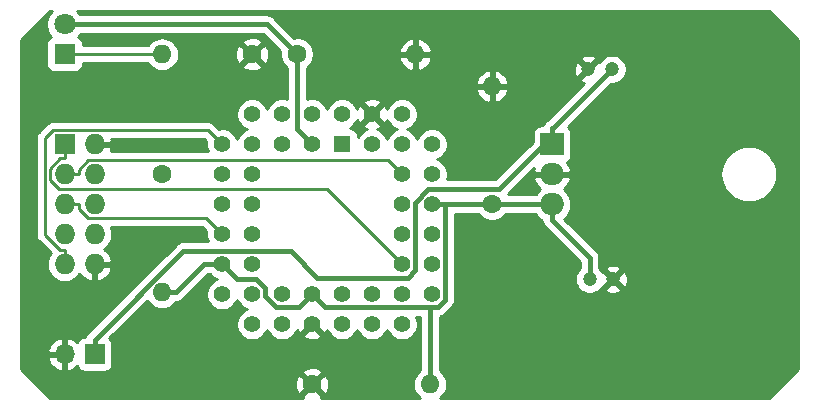
<source format=gtl>
G04 #@! TF.GenerationSoftware,KiCad,Pcbnew,(5.1.2-1)-1*
G04 #@! TF.CreationDate,2019-06-08T01:43:03+01:00*
G04 #@! TF.ProjectId,ATF Programming Board,41544620-5072-46f6-9772-616d6d696e67,rev?*
G04 #@! TF.SameCoordinates,Original*
G04 #@! TF.FileFunction,Copper,L1,Top*
G04 #@! TF.FilePolarity,Positive*
%FSLAX46Y46*%
G04 Gerber Fmt 4.6, Leading zero omitted, Abs format (unit mm)*
G04 Created by KiCad (PCBNEW (5.1.2-1)-1) date 2019-06-08 01:43:03*
%MOMM*%
%LPD*%
G04 APERTURE LIST*
%ADD10O,1.600000X1.600000*%
%ADD11C,1.600000*%
%ADD12C,1.422400*%
%ADD13R,1.422400X1.422400*%
%ADD14O,1.700000X1.700000*%
%ADD15R,1.700000X1.700000*%
%ADD16O,1.727200X1.727200*%
%ADD17R,1.727200X1.727200*%
%ADD18C,1.800000*%
%ADD19R,1.800000X1.800000*%
%ADD20C,1.200000*%
%ADD21R,2.000000X1.905000*%
%ADD22O,2.000000X1.905000*%
%ADD23C,0.381000*%
%ADD24C,0.250000*%
%ADD25C,0.254000*%
G04 APERTURE END LIST*
D10*
X125730000Y-79375000D03*
D11*
X133350000Y-79375000D03*
D12*
X148590000Y-86995000D03*
X148590000Y-89535000D03*
X148590000Y-92075000D03*
X148590000Y-94615000D03*
X148590000Y-97155000D03*
X146050000Y-84455000D03*
X146050000Y-89535000D03*
X146050000Y-92075000D03*
X146050000Y-94615000D03*
X146050000Y-97155000D03*
X146050000Y-99695000D03*
X146050000Y-102235000D03*
X143510000Y-102235000D03*
X140970000Y-102235000D03*
X138430000Y-102235000D03*
X135890000Y-102235000D03*
X133350000Y-102235000D03*
X148590000Y-99695000D03*
X143510000Y-99695000D03*
X140970000Y-99695000D03*
X138430000Y-99695000D03*
X135890000Y-99695000D03*
X133350000Y-99695000D03*
X130810000Y-99695000D03*
X130810000Y-97155000D03*
X130810000Y-94615000D03*
X130810000Y-92075000D03*
X130810000Y-89535000D03*
X130810000Y-86995000D03*
X133350000Y-97155000D03*
X133350000Y-94615000D03*
X133350000Y-92075000D03*
X133350000Y-89535000D03*
X133350000Y-86995000D03*
X143510000Y-84455000D03*
X140970000Y-84455000D03*
X133350000Y-84455000D03*
X135890000Y-84455000D03*
X138430000Y-84455000D03*
X146050000Y-86995000D03*
X143510000Y-86995000D03*
X135890000Y-86995000D03*
X138430000Y-86995000D03*
D13*
X140970000Y-86995000D03*
D14*
X117475000Y-104775000D03*
D15*
X120015000Y-104775000D03*
D16*
X120015000Y-97155000D03*
X117475000Y-97155000D03*
X120015000Y-94615000D03*
X117475000Y-94615000D03*
X120015000Y-92075000D03*
X117475000Y-92075000D03*
X120015000Y-89535000D03*
X117475000Y-89535000D03*
X120015000Y-86995000D03*
D17*
X117475000Y-86995000D03*
D18*
X117475000Y-76835000D03*
D19*
X117475000Y-79375000D03*
D20*
X163925000Y-98425000D03*
X161925000Y-98425000D03*
X161830000Y-80645000D03*
X163830000Y-80645000D03*
D10*
X125730000Y-99535000D03*
D11*
X125730000Y-89535000D03*
D10*
X147160000Y-79375000D03*
D11*
X137160000Y-79375000D03*
D10*
X153670000Y-82070000D03*
D11*
X153670000Y-92070000D03*
D10*
X148430000Y-107315000D03*
D11*
X138430000Y-107315000D03*
D21*
X158750000Y-86995000D03*
D22*
X158750000Y-89535000D03*
X158750000Y-92075000D03*
D23*
X148430000Y-100806200D02*
X139541200Y-100806200D01*
X139541200Y-100806200D02*
X138430000Y-99695000D01*
X149694600Y-92075000D02*
X149694600Y-100174000D01*
X149694600Y-100174000D02*
X149062400Y-100806200D01*
X149062400Y-100806200D02*
X148430000Y-100806200D01*
X148430000Y-100806200D02*
X148430000Y-106124200D01*
X149694600Y-92075000D02*
X148590000Y-92075000D01*
X153670000Y-92072500D02*
X149697100Y-92072500D01*
X149697100Y-92072500D02*
X149694600Y-92075000D01*
X148430000Y-107315000D02*
X148430000Y-106124200D01*
X138430000Y-86995000D02*
X137160000Y-85725000D01*
X137160000Y-85725000D02*
X137160000Y-79375000D01*
X138430000Y-99695000D02*
X137327900Y-100797100D01*
X137327900Y-100797100D02*
X135369500Y-100797100D01*
X135369500Y-100797100D02*
X134452100Y-99879700D01*
X134452100Y-99879700D02*
X134452100Y-99169300D01*
X134452100Y-99169300D02*
X133707800Y-98425000D01*
X133707800Y-98425000D02*
X132080000Y-98425000D01*
X132080000Y-98425000D02*
X130810000Y-97155000D01*
X125730000Y-99535000D02*
X126920800Y-99535000D01*
X126920800Y-99535000D02*
X129300800Y-97155000D01*
X129300800Y-97155000D02*
X130810000Y-97155000D01*
X158750000Y-93418300D02*
X161925000Y-96593300D01*
X161925000Y-96593300D02*
X161925000Y-98425000D01*
X158750000Y-92075000D02*
X158750000Y-93418300D01*
X137160000Y-79375000D02*
X134620000Y-76835000D01*
X134620000Y-76835000D02*
X117475000Y-76835000D01*
X158750000Y-92075000D02*
X153672500Y-92075000D01*
X153672500Y-92075000D02*
X153670000Y-92072500D01*
X153670000Y-92072500D02*
X153670000Y-92070000D01*
X120015000Y-104775000D02*
X120015000Y-103534200D01*
X158750000Y-86323300D02*
X154268300Y-90805000D01*
X154268300Y-90805000D02*
X148288300Y-90805000D01*
X148288300Y-90805000D02*
X147152100Y-91941200D01*
X147152100Y-91941200D02*
X147152100Y-97680700D01*
X147152100Y-97680700D02*
X146551200Y-98281600D01*
X146551200Y-98281600D02*
X138868800Y-98281600D01*
X138868800Y-98281600D02*
X136626900Y-96039700D01*
X136626900Y-96039700D02*
X127509500Y-96039700D01*
X127509500Y-96039700D02*
X120015000Y-103534200D01*
X158750000Y-86323300D02*
X158750000Y-85651700D01*
X158750000Y-86995000D02*
X158750000Y-86323300D01*
X158750000Y-85651700D02*
X158823300Y-85651700D01*
X158823300Y-85651700D02*
X163830000Y-80645000D01*
D24*
X117475000Y-79375000D02*
X125730000Y-79375000D01*
X117475000Y-97155000D02*
X117475000Y-95966100D01*
X117475000Y-95966100D02*
X117103500Y-95966100D01*
X117103500Y-95966100D02*
X115785700Y-94648300D01*
X115785700Y-94648300D02*
X115785700Y-86491100D01*
X115785700Y-86491100D02*
X116486600Y-85790200D01*
X116486600Y-85790200D02*
X129605200Y-85790200D01*
X129605200Y-85790200D02*
X130810000Y-86995000D01*
X117475000Y-92075000D02*
X118663900Y-92075000D01*
X118663900Y-92075000D02*
X118663900Y-92446600D01*
X118663900Y-92446600D02*
X119481200Y-93263900D01*
X119481200Y-93263900D02*
X129458900Y-93263900D01*
X129458900Y-93263900D02*
X130810000Y-94615000D01*
X117475000Y-89535000D02*
X118663900Y-89535000D01*
X146050000Y-89535000D02*
X144861100Y-88346100D01*
X144861100Y-88346100D02*
X119481200Y-88346100D01*
X119481200Y-88346100D02*
X118663900Y-89163400D01*
X118663900Y-89163400D02*
X118663900Y-89535000D01*
X117475000Y-86995000D02*
X117475000Y-88183900D01*
X117475000Y-88183900D02*
X117103500Y-88183900D01*
X117103500Y-88183900D02*
X116236100Y-89051300D01*
X116236100Y-89051300D02*
X116236100Y-90023700D01*
X116236100Y-90023700D02*
X117017400Y-90805000D01*
X117017400Y-90805000D02*
X139700000Y-90805000D01*
X139700000Y-90805000D02*
X146050000Y-97155000D01*
D25*
G36*
X179578000Y-78157606D02*
G01*
X179578000Y-105992394D01*
X177112394Y-108458000D01*
X149299254Y-108458000D01*
X149449608Y-108334608D01*
X149628932Y-108116101D01*
X149762182Y-107866808D01*
X149844236Y-107596309D01*
X149871943Y-107315000D01*
X149844236Y-107033691D01*
X149762182Y-106763192D01*
X149628932Y-106513899D01*
X149449608Y-106295392D01*
X149255500Y-106136092D01*
X149255500Y-101610269D01*
X149379834Y-101572553D01*
X149523242Y-101495899D01*
X149648941Y-101392741D01*
X149674797Y-101361235D01*
X150249644Y-100786390D01*
X150281141Y-100760541D01*
X150306989Y-100729045D01*
X150306992Y-100729042D01*
X150384299Y-100634843D01*
X150460953Y-100491434D01*
X150475139Y-100444668D01*
X150508156Y-100335826D01*
X150520100Y-100214553D01*
X150520100Y-100214551D01*
X150524094Y-100174000D01*
X150520100Y-100133450D01*
X150520100Y-92898000D01*
X152497393Y-92898000D01*
X152555363Y-92984759D01*
X152755241Y-93184637D01*
X152990273Y-93341680D01*
X153251426Y-93449853D01*
X153528665Y-93505000D01*
X153811335Y-93505000D01*
X154088574Y-93449853D01*
X154349727Y-93341680D01*
X154584759Y-93184637D01*
X154784637Y-92984759D01*
X154840937Y-92900500D01*
X157343692Y-92900500D01*
X157376155Y-92961235D01*
X157574537Y-93202963D01*
X157816265Y-93401345D01*
X157924536Y-93459217D01*
X157936445Y-93580126D01*
X157983647Y-93735733D01*
X158060301Y-93879142D01*
X158112507Y-93942754D01*
X158163460Y-94004841D01*
X158194961Y-94030693D01*
X161099500Y-96935233D01*
X161099500Y-97503946D01*
X160965713Y-97637733D01*
X160830557Y-97840008D01*
X160737460Y-98064764D01*
X160690000Y-98303363D01*
X160690000Y-98546637D01*
X160737460Y-98785236D01*
X160830557Y-99009992D01*
X160965713Y-99212267D01*
X161137733Y-99384287D01*
X161340008Y-99519443D01*
X161564764Y-99612540D01*
X161803363Y-99660000D01*
X162046637Y-99660000D01*
X162285236Y-99612540D01*
X162509992Y-99519443D01*
X162712267Y-99384287D01*
X162821790Y-99274764D01*
X163254841Y-99274764D01*
X163302148Y-99498348D01*
X163523516Y-99599237D01*
X163760313Y-99655000D01*
X164003438Y-99663495D01*
X164243549Y-99624395D01*
X164471418Y-99539202D01*
X164547852Y-99498348D01*
X164595159Y-99274764D01*
X163925000Y-98604605D01*
X163254841Y-99274764D01*
X162821790Y-99274764D01*
X162884287Y-99212267D01*
X162976496Y-99074267D01*
X163075236Y-99095159D01*
X163745395Y-98425000D01*
X164104605Y-98425000D01*
X164774764Y-99095159D01*
X164998348Y-99047852D01*
X165099237Y-98826484D01*
X165155000Y-98589687D01*
X165163495Y-98346562D01*
X165124395Y-98106451D01*
X165039202Y-97878582D01*
X164998348Y-97802148D01*
X164774764Y-97754841D01*
X164104605Y-98425000D01*
X163745395Y-98425000D01*
X163075236Y-97754841D01*
X162976496Y-97775733D01*
X162884287Y-97637733D01*
X162821790Y-97575236D01*
X163254841Y-97575236D01*
X163925000Y-98245395D01*
X164595159Y-97575236D01*
X164547852Y-97351652D01*
X164326484Y-97250763D01*
X164089687Y-97195000D01*
X163846562Y-97186505D01*
X163606451Y-97225605D01*
X163378582Y-97310798D01*
X163302148Y-97351652D01*
X163254841Y-97575236D01*
X162821790Y-97575236D01*
X162750500Y-97503946D01*
X162750500Y-96633850D01*
X162754494Y-96593299D01*
X162750500Y-96552747D01*
X162738556Y-96431474D01*
X162691353Y-96275866D01*
X162651617Y-96201526D01*
X162614699Y-96132457D01*
X162564177Y-96070896D01*
X162511541Y-96006759D01*
X162480041Y-95980908D01*
X159802779Y-93303647D01*
X159925463Y-93202963D01*
X160123845Y-92961235D01*
X160271255Y-92685449D01*
X160362030Y-92386204D01*
X160392681Y-92075000D01*
X160362030Y-91763796D01*
X160271255Y-91464551D01*
X160123845Y-91188765D01*
X159925463Y-90947037D01*
X159746101Y-90799837D01*
X159931315Y-90644437D01*
X160125969Y-90401923D01*
X160269571Y-90126094D01*
X160340563Y-89907980D01*
X160220594Y-89662000D01*
X158877000Y-89662000D01*
X158877000Y-89682000D01*
X158623000Y-89682000D01*
X158623000Y-89662000D01*
X157279406Y-89662000D01*
X157159437Y-89907980D01*
X157230429Y-90126094D01*
X157374031Y-90401923D01*
X157568685Y-90644437D01*
X157753899Y-90799837D01*
X157574537Y-90947037D01*
X157376155Y-91188765D01*
X157343692Y-91249500D01*
X154991232Y-91249500D01*
X156705732Y-89535000D01*
X173013461Y-89535000D01*
X173059510Y-90002542D01*
X173195887Y-90452116D01*
X173417351Y-90866446D01*
X173715391Y-91229609D01*
X174078554Y-91527649D01*
X174492884Y-91749113D01*
X174942458Y-91885490D01*
X175292843Y-91920000D01*
X175527157Y-91920000D01*
X175877542Y-91885490D01*
X176327116Y-91749113D01*
X176741446Y-91527649D01*
X177104609Y-91229609D01*
X177402649Y-90866446D01*
X177624113Y-90452116D01*
X177760490Y-90002542D01*
X177806539Y-89535000D01*
X177760490Y-89067458D01*
X177624113Y-88617884D01*
X177402649Y-88203554D01*
X177104609Y-87840391D01*
X176741446Y-87542351D01*
X176327116Y-87320887D01*
X175877542Y-87184510D01*
X175527157Y-87150000D01*
X175292843Y-87150000D01*
X174942458Y-87184510D01*
X174492884Y-87320887D01*
X174078554Y-87542351D01*
X173715391Y-87840391D01*
X173417351Y-88203554D01*
X173195887Y-88617884D01*
X173059510Y-89067458D01*
X173013461Y-89535000D01*
X156705732Y-89535000D01*
X157198389Y-89042344D01*
X157159437Y-89162020D01*
X157279406Y-89408000D01*
X158623000Y-89408000D01*
X158623000Y-89388000D01*
X158877000Y-89388000D01*
X158877000Y-89408000D01*
X160220594Y-89408000D01*
X160340563Y-89162020D01*
X160269571Y-88943906D01*
X160125969Y-88668077D01*
X160012781Y-88527059D01*
X160104494Y-88478037D01*
X160201185Y-88398685D01*
X160280537Y-88301994D01*
X160339502Y-88191680D01*
X160375812Y-88071982D01*
X160388072Y-87947500D01*
X160388072Y-86042500D01*
X160375812Y-85918018D01*
X160339502Y-85798320D01*
X160280537Y-85688006D01*
X160201185Y-85591315D01*
X160118761Y-85523671D01*
X163762433Y-81880000D01*
X163951637Y-81880000D01*
X164190236Y-81832540D01*
X164414992Y-81739443D01*
X164617267Y-81604287D01*
X164789287Y-81432267D01*
X164924443Y-81229992D01*
X165017540Y-81005236D01*
X165065000Y-80766637D01*
X165065000Y-80523363D01*
X165017540Y-80284764D01*
X164924443Y-80060008D01*
X164789287Y-79857733D01*
X164617267Y-79685713D01*
X164414992Y-79550557D01*
X164190236Y-79457460D01*
X163951637Y-79410000D01*
X163708363Y-79410000D01*
X163469764Y-79457460D01*
X163245008Y-79550557D01*
X163042733Y-79685713D01*
X162870713Y-79857733D01*
X162778504Y-79995733D01*
X162679764Y-79974841D01*
X162009605Y-80645000D01*
X162023748Y-80659143D01*
X161844143Y-80838748D01*
X161830000Y-80824605D01*
X161159841Y-81494764D01*
X161207148Y-81718348D01*
X161428516Y-81819237D01*
X161476930Y-81830638D01*
X158410342Y-84897226D01*
X158289158Y-84962001D01*
X158163459Y-85065159D01*
X158060301Y-85190858D01*
X157983647Y-85334266D01*
X157962364Y-85404428D01*
X157750000Y-85404428D01*
X157625518Y-85416688D01*
X157505820Y-85452998D01*
X157395506Y-85511963D01*
X157298815Y-85591315D01*
X157219463Y-85688006D01*
X157160498Y-85798320D01*
X157124188Y-85918018D01*
X157111928Y-86042500D01*
X157111928Y-86793938D01*
X153926368Y-89979500D01*
X149862999Y-89979500D01*
X149884467Y-89927672D01*
X149936200Y-89667589D01*
X149936200Y-89402411D01*
X149884467Y-89142328D01*
X149782987Y-88897335D01*
X149635662Y-88676847D01*
X149448153Y-88489338D01*
X149227665Y-88342013D01*
X149041740Y-88265000D01*
X149227665Y-88187987D01*
X149448153Y-88040662D01*
X149635662Y-87853153D01*
X149782987Y-87632665D01*
X149884467Y-87387672D01*
X149936200Y-87127589D01*
X149936200Y-86862411D01*
X149884467Y-86602328D01*
X149782987Y-86357335D01*
X149635662Y-86136847D01*
X149448153Y-85949338D01*
X149227665Y-85802013D01*
X148982672Y-85700533D01*
X148722589Y-85648800D01*
X148457411Y-85648800D01*
X148197328Y-85700533D01*
X147952335Y-85802013D01*
X147731847Y-85949338D01*
X147544338Y-86136847D01*
X147397013Y-86357335D01*
X147320000Y-86543260D01*
X147242987Y-86357335D01*
X147095662Y-86136847D01*
X146908153Y-85949338D01*
X146687665Y-85802013D01*
X146501740Y-85725000D01*
X146687665Y-85647987D01*
X146908153Y-85500662D01*
X147095662Y-85313153D01*
X147242987Y-85092665D01*
X147344467Y-84847672D01*
X147396200Y-84587589D01*
X147396200Y-84322411D01*
X147344467Y-84062328D01*
X147242987Y-83817335D01*
X147095662Y-83596847D01*
X146908153Y-83409338D01*
X146687665Y-83262013D01*
X146442672Y-83160533D01*
X146182589Y-83108800D01*
X145917411Y-83108800D01*
X145657328Y-83160533D01*
X145412335Y-83262013D01*
X145191847Y-83409338D01*
X145004338Y-83596847D01*
X144857013Y-83817335D01*
X144779031Y-84005600D01*
X144729542Y-83869720D01*
X144674183Y-83766152D01*
X144439273Y-83705332D01*
X143689605Y-84455000D01*
X144439273Y-85204668D01*
X144674183Y-85143848D01*
X144782206Y-84912066D01*
X144857013Y-85092665D01*
X145004338Y-85313153D01*
X145191847Y-85500662D01*
X145412335Y-85647987D01*
X145598260Y-85725000D01*
X145412335Y-85802013D01*
X145191847Y-85949338D01*
X145004338Y-86136847D01*
X144857013Y-86357335D01*
X144780000Y-86543260D01*
X144702987Y-86357335D01*
X144555662Y-86136847D01*
X144368153Y-85949338D01*
X144147665Y-85802013D01*
X143959400Y-85724031D01*
X144095280Y-85674542D01*
X144198848Y-85619183D01*
X144259668Y-85384273D01*
X143510000Y-84634605D01*
X142760332Y-85384273D01*
X142821152Y-85619183D01*
X143052934Y-85727206D01*
X142872335Y-85802013D01*
X142651847Y-85949338D01*
X142464338Y-86136847D01*
X142319272Y-86353954D01*
X142319272Y-86283800D01*
X142307012Y-86159318D01*
X142270702Y-86039620D01*
X142211737Y-85929306D01*
X142132385Y-85832615D01*
X142035694Y-85753263D01*
X141925380Y-85694298D01*
X141805682Y-85657988D01*
X141681200Y-85645728D01*
X141611046Y-85645728D01*
X141828153Y-85500662D01*
X142015662Y-85313153D01*
X142162987Y-85092665D01*
X142240969Y-84904400D01*
X142290458Y-85040280D01*
X142345817Y-85143848D01*
X142580727Y-85204668D01*
X143330395Y-84455000D01*
X142580727Y-83705332D01*
X142345817Y-83766152D01*
X142237794Y-83997934D01*
X142162987Y-83817335D01*
X142015662Y-83596847D01*
X141944542Y-83525727D01*
X142760332Y-83525727D01*
X143510000Y-84275395D01*
X144259668Y-83525727D01*
X144198848Y-83290817D01*
X143958491Y-83178798D01*
X143700898Y-83115824D01*
X143435970Y-83104313D01*
X143173887Y-83144709D01*
X142924720Y-83235458D01*
X142821152Y-83290817D01*
X142760332Y-83525727D01*
X141944542Y-83525727D01*
X141828153Y-83409338D01*
X141607665Y-83262013D01*
X141362672Y-83160533D01*
X141102589Y-83108800D01*
X140837411Y-83108800D01*
X140577328Y-83160533D01*
X140332335Y-83262013D01*
X140111847Y-83409338D01*
X139924338Y-83596847D01*
X139777013Y-83817335D01*
X139700000Y-84003260D01*
X139622987Y-83817335D01*
X139475662Y-83596847D01*
X139288153Y-83409338D01*
X139067665Y-83262013D01*
X138822672Y-83160533D01*
X138562589Y-83108800D01*
X138297411Y-83108800D01*
X138037328Y-83160533D01*
X137985500Y-83182001D01*
X137985500Y-82419040D01*
X152278091Y-82419040D01*
X152372930Y-82683881D01*
X152517615Y-82925131D01*
X152706586Y-83133519D01*
X152932580Y-83301037D01*
X153186913Y-83421246D01*
X153320961Y-83461904D01*
X153543000Y-83339915D01*
X153543000Y-82197000D01*
X153797000Y-82197000D01*
X153797000Y-83339915D01*
X154019039Y-83461904D01*
X154153087Y-83421246D01*
X154407420Y-83301037D01*
X154633414Y-83133519D01*
X154822385Y-82925131D01*
X154967070Y-82683881D01*
X155061909Y-82419040D01*
X154940624Y-82197000D01*
X153797000Y-82197000D01*
X153543000Y-82197000D01*
X152399376Y-82197000D01*
X152278091Y-82419040D01*
X137985500Y-82419040D01*
X137985500Y-81720960D01*
X152278091Y-81720960D01*
X152399376Y-81943000D01*
X153543000Y-81943000D01*
X153543000Y-80800085D01*
X153797000Y-80800085D01*
X153797000Y-81943000D01*
X154940624Y-81943000D01*
X155061909Y-81720960D01*
X154967070Y-81456119D01*
X154822385Y-81214869D01*
X154633414Y-81006481D01*
X154407420Y-80838963D01*
X154162998Y-80723438D01*
X160591505Y-80723438D01*
X160630605Y-80963549D01*
X160715798Y-81191418D01*
X160756652Y-81267852D01*
X160980236Y-81315159D01*
X161650395Y-80645000D01*
X160980236Y-79974841D01*
X160756652Y-80022148D01*
X160655763Y-80243516D01*
X160600000Y-80480313D01*
X160591505Y-80723438D01*
X154162998Y-80723438D01*
X154153087Y-80718754D01*
X154019039Y-80678096D01*
X153797000Y-80800085D01*
X153543000Y-80800085D01*
X153320961Y-80678096D01*
X153186913Y-80718754D01*
X152932580Y-80838963D01*
X152706586Y-81006481D01*
X152517615Y-81214869D01*
X152372930Y-81456119D01*
X152278091Y-81720960D01*
X137985500Y-81720960D01*
X137985500Y-80549278D01*
X138074759Y-80489637D01*
X138274637Y-80289759D01*
X138431680Y-80054727D01*
X138539853Y-79793574D01*
X138553684Y-79724039D01*
X145768096Y-79724039D01*
X145808754Y-79858087D01*
X145928963Y-80112420D01*
X146096481Y-80338414D01*
X146304869Y-80527385D01*
X146546119Y-80672070D01*
X146810960Y-80766909D01*
X147033000Y-80645624D01*
X147033000Y-79502000D01*
X147287000Y-79502000D01*
X147287000Y-80645624D01*
X147509040Y-80766909D01*
X147773881Y-80672070D01*
X148015131Y-80527385D01*
X148223519Y-80338414D01*
X148391037Y-80112420D01*
X148511246Y-79858087D01*
X148530309Y-79795236D01*
X161159841Y-79795236D01*
X161830000Y-80465395D01*
X162500159Y-79795236D01*
X162452852Y-79571652D01*
X162231484Y-79470763D01*
X161994687Y-79415000D01*
X161751562Y-79406505D01*
X161511451Y-79445605D01*
X161283582Y-79530798D01*
X161207148Y-79571652D01*
X161159841Y-79795236D01*
X148530309Y-79795236D01*
X148551904Y-79724039D01*
X148429915Y-79502000D01*
X147287000Y-79502000D01*
X147033000Y-79502000D01*
X145890085Y-79502000D01*
X145768096Y-79724039D01*
X138553684Y-79724039D01*
X138595000Y-79516335D01*
X138595000Y-79233665D01*
X138553685Y-79025961D01*
X145768096Y-79025961D01*
X145890085Y-79248000D01*
X147033000Y-79248000D01*
X147033000Y-78104376D01*
X147287000Y-78104376D01*
X147287000Y-79248000D01*
X148429915Y-79248000D01*
X148551904Y-79025961D01*
X148511246Y-78891913D01*
X148391037Y-78637580D01*
X148223519Y-78411586D01*
X148015131Y-78222615D01*
X147773881Y-78077930D01*
X147509040Y-77983091D01*
X147287000Y-78104376D01*
X147033000Y-78104376D01*
X146810960Y-77983091D01*
X146546119Y-78077930D01*
X146304869Y-78222615D01*
X146096481Y-78411586D01*
X145928963Y-78637580D01*
X145808754Y-78891913D01*
X145768096Y-79025961D01*
X138553685Y-79025961D01*
X138539853Y-78956426D01*
X138431680Y-78695273D01*
X138274637Y-78460241D01*
X138074759Y-78260363D01*
X137839727Y-78103320D01*
X137578574Y-77995147D01*
X137301335Y-77940000D01*
X137018665Y-77940000D01*
X136913376Y-77960944D01*
X135232398Y-76279966D01*
X135206541Y-76248459D01*
X135080842Y-76145301D01*
X134937434Y-76068647D01*
X134781826Y-76021444D01*
X134660553Y-76009500D01*
X134660550Y-76009500D01*
X134620000Y-76005506D01*
X134579450Y-76009500D01*
X118769547Y-76009500D01*
X118667312Y-75856495D01*
X118502817Y-75692000D01*
X177112394Y-75692000D01*
X179578000Y-78157606D01*
X179578000Y-78157606D01*
G37*
X179578000Y-78157606D02*
X179578000Y-105992394D01*
X177112394Y-108458000D01*
X149299254Y-108458000D01*
X149449608Y-108334608D01*
X149628932Y-108116101D01*
X149762182Y-107866808D01*
X149844236Y-107596309D01*
X149871943Y-107315000D01*
X149844236Y-107033691D01*
X149762182Y-106763192D01*
X149628932Y-106513899D01*
X149449608Y-106295392D01*
X149255500Y-106136092D01*
X149255500Y-101610269D01*
X149379834Y-101572553D01*
X149523242Y-101495899D01*
X149648941Y-101392741D01*
X149674797Y-101361235D01*
X150249644Y-100786390D01*
X150281141Y-100760541D01*
X150306989Y-100729045D01*
X150306992Y-100729042D01*
X150384299Y-100634843D01*
X150460953Y-100491434D01*
X150475139Y-100444668D01*
X150508156Y-100335826D01*
X150520100Y-100214553D01*
X150520100Y-100214551D01*
X150524094Y-100174000D01*
X150520100Y-100133450D01*
X150520100Y-92898000D01*
X152497393Y-92898000D01*
X152555363Y-92984759D01*
X152755241Y-93184637D01*
X152990273Y-93341680D01*
X153251426Y-93449853D01*
X153528665Y-93505000D01*
X153811335Y-93505000D01*
X154088574Y-93449853D01*
X154349727Y-93341680D01*
X154584759Y-93184637D01*
X154784637Y-92984759D01*
X154840937Y-92900500D01*
X157343692Y-92900500D01*
X157376155Y-92961235D01*
X157574537Y-93202963D01*
X157816265Y-93401345D01*
X157924536Y-93459217D01*
X157936445Y-93580126D01*
X157983647Y-93735733D01*
X158060301Y-93879142D01*
X158112507Y-93942754D01*
X158163460Y-94004841D01*
X158194961Y-94030693D01*
X161099500Y-96935233D01*
X161099500Y-97503946D01*
X160965713Y-97637733D01*
X160830557Y-97840008D01*
X160737460Y-98064764D01*
X160690000Y-98303363D01*
X160690000Y-98546637D01*
X160737460Y-98785236D01*
X160830557Y-99009992D01*
X160965713Y-99212267D01*
X161137733Y-99384287D01*
X161340008Y-99519443D01*
X161564764Y-99612540D01*
X161803363Y-99660000D01*
X162046637Y-99660000D01*
X162285236Y-99612540D01*
X162509992Y-99519443D01*
X162712267Y-99384287D01*
X162821790Y-99274764D01*
X163254841Y-99274764D01*
X163302148Y-99498348D01*
X163523516Y-99599237D01*
X163760313Y-99655000D01*
X164003438Y-99663495D01*
X164243549Y-99624395D01*
X164471418Y-99539202D01*
X164547852Y-99498348D01*
X164595159Y-99274764D01*
X163925000Y-98604605D01*
X163254841Y-99274764D01*
X162821790Y-99274764D01*
X162884287Y-99212267D01*
X162976496Y-99074267D01*
X163075236Y-99095159D01*
X163745395Y-98425000D01*
X164104605Y-98425000D01*
X164774764Y-99095159D01*
X164998348Y-99047852D01*
X165099237Y-98826484D01*
X165155000Y-98589687D01*
X165163495Y-98346562D01*
X165124395Y-98106451D01*
X165039202Y-97878582D01*
X164998348Y-97802148D01*
X164774764Y-97754841D01*
X164104605Y-98425000D01*
X163745395Y-98425000D01*
X163075236Y-97754841D01*
X162976496Y-97775733D01*
X162884287Y-97637733D01*
X162821790Y-97575236D01*
X163254841Y-97575236D01*
X163925000Y-98245395D01*
X164595159Y-97575236D01*
X164547852Y-97351652D01*
X164326484Y-97250763D01*
X164089687Y-97195000D01*
X163846562Y-97186505D01*
X163606451Y-97225605D01*
X163378582Y-97310798D01*
X163302148Y-97351652D01*
X163254841Y-97575236D01*
X162821790Y-97575236D01*
X162750500Y-97503946D01*
X162750500Y-96633850D01*
X162754494Y-96593299D01*
X162750500Y-96552747D01*
X162738556Y-96431474D01*
X162691353Y-96275866D01*
X162651617Y-96201526D01*
X162614699Y-96132457D01*
X162564177Y-96070896D01*
X162511541Y-96006759D01*
X162480041Y-95980908D01*
X159802779Y-93303647D01*
X159925463Y-93202963D01*
X160123845Y-92961235D01*
X160271255Y-92685449D01*
X160362030Y-92386204D01*
X160392681Y-92075000D01*
X160362030Y-91763796D01*
X160271255Y-91464551D01*
X160123845Y-91188765D01*
X159925463Y-90947037D01*
X159746101Y-90799837D01*
X159931315Y-90644437D01*
X160125969Y-90401923D01*
X160269571Y-90126094D01*
X160340563Y-89907980D01*
X160220594Y-89662000D01*
X158877000Y-89662000D01*
X158877000Y-89682000D01*
X158623000Y-89682000D01*
X158623000Y-89662000D01*
X157279406Y-89662000D01*
X157159437Y-89907980D01*
X157230429Y-90126094D01*
X157374031Y-90401923D01*
X157568685Y-90644437D01*
X157753899Y-90799837D01*
X157574537Y-90947037D01*
X157376155Y-91188765D01*
X157343692Y-91249500D01*
X154991232Y-91249500D01*
X156705732Y-89535000D01*
X173013461Y-89535000D01*
X173059510Y-90002542D01*
X173195887Y-90452116D01*
X173417351Y-90866446D01*
X173715391Y-91229609D01*
X174078554Y-91527649D01*
X174492884Y-91749113D01*
X174942458Y-91885490D01*
X175292843Y-91920000D01*
X175527157Y-91920000D01*
X175877542Y-91885490D01*
X176327116Y-91749113D01*
X176741446Y-91527649D01*
X177104609Y-91229609D01*
X177402649Y-90866446D01*
X177624113Y-90452116D01*
X177760490Y-90002542D01*
X177806539Y-89535000D01*
X177760490Y-89067458D01*
X177624113Y-88617884D01*
X177402649Y-88203554D01*
X177104609Y-87840391D01*
X176741446Y-87542351D01*
X176327116Y-87320887D01*
X175877542Y-87184510D01*
X175527157Y-87150000D01*
X175292843Y-87150000D01*
X174942458Y-87184510D01*
X174492884Y-87320887D01*
X174078554Y-87542351D01*
X173715391Y-87840391D01*
X173417351Y-88203554D01*
X173195887Y-88617884D01*
X173059510Y-89067458D01*
X173013461Y-89535000D01*
X156705732Y-89535000D01*
X157198389Y-89042344D01*
X157159437Y-89162020D01*
X157279406Y-89408000D01*
X158623000Y-89408000D01*
X158623000Y-89388000D01*
X158877000Y-89388000D01*
X158877000Y-89408000D01*
X160220594Y-89408000D01*
X160340563Y-89162020D01*
X160269571Y-88943906D01*
X160125969Y-88668077D01*
X160012781Y-88527059D01*
X160104494Y-88478037D01*
X160201185Y-88398685D01*
X160280537Y-88301994D01*
X160339502Y-88191680D01*
X160375812Y-88071982D01*
X160388072Y-87947500D01*
X160388072Y-86042500D01*
X160375812Y-85918018D01*
X160339502Y-85798320D01*
X160280537Y-85688006D01*
X160201185Y-85591315D01*
X160118761Y-85523671D01*
X163762433Y-81880000D01*
X163951637Y-81880000D01*
X164190236Y-81832540D01*
X164414992Y-81739443D01*
X164617267Y-81604287D01*
X164789287Y-81432267D01*
X164924443Y-81229992D01*
X165017540Y-81005236D01*
X165065000Y-80766637D01*
X165065000Y-80523363D01*
X165017540Y-80284764D01*
X164924443Y-80060008D01*
X164789287Y-79857733D01*
X164617267Y-79685713D01*
X164414992Y-79550557D01*
X164190236Y-79457460D01*
X163951637Y-79410000D01*
X163708363Y-79410000D01*
X163469764Y-79457460D01*
X163245008Y-79550557D01*
X163042733Y-79685713D01*
X162870713Y-79857733D01*
X162778504Y-79995733D01*
X162679764Y-79974841D01*
X162009605Y-80645000D01*
X162023748Y-80659143D01*
X161844143Y-80838748D01*
X161830000Y-80824605D01*
X161159841Y-81494764D01*
X161207148Y-81718348D01*
X161428516Y-81819237D01*
X161476930Y-81830638D01*
X158410342Y-84897226D01*
X158289158Y-84962001D01*
X158163459Y-85065159D01*
X158060301Y-85190858D01*
X157983647Y-85334266D01*
X157962364Y-85404428D01*
X157750000Y-85404428D01*
X157625518Y-85416688D01*
X157505820Y-85452998D01*
X157395506Y-85511963D01*
X157298815Y-85591315D01*
X157219463Y-85688006D01*
X157160498Y-85798320D01*
X157124188Y-85918018D01*
X157111928Y-86042500D01*
X157111928Y-86793938D01*
X153926368Y-89979500D01*
X149862999Y-89979500D01*
X149884467Y-89927672D01*
X149936200Y-89667589D01*
X149936200Y-89402411D01*
X149884467Y-89142328D01*
X149782987Y-88897335D01*
X149635662Y-88676847D01*
X149448153Y-88489338D01*
X149227665Y-88342013D01*
X149041740Y-88265000D01*
X149227665Y-88187987D01*
X149448153Y-88040662D01*
X149635662Y-87853153D01*
X149782987Y-87632665D01*
X149884467Y-87387672D01*
X149936200Y-87127589D01*
X149936200Y-86862411D01*
X149884467Y-86602328D01*
X149782987Y-86357335D01*
X149635662Y-86136847D01*
X149448153Y-85949338D01*
X149227665Y-85802013D01*
X148982672Y-85700533D01*
X148722589Y-85648800D01*
X148457411Y-85648800D01*
X148197328Y-85700533D01*
X147952335Y-85802013D01*
X147731847Y-85949338D01*
X147544338Y-86136847D01*
X147397013Y-86357335D01*
X147320000Y-86543260D01*
X147242987Y-86357335D01*
X147095662Y-86136847D01*
X146908153Y-85949338D01*
X146687665Y-85802013D01*
X146501740Y-85725000D01*
X146687665Y-85647987D01*
X146908153Y-85500662D01*
X147095662Y-85313153D01*
X147242987Y-85092665D01*
X147344467Y-84847672D01*
X147396200Y-84587589D01*
X147396200Y-84322411D01*
X147344467Y-84062328D01*
X147242987Y-83817335D01*
X147095662Y-83596847D01*
X146908153Y-83409338D01*
X146687665Y-83262013D01*
X146442672Y-83160533D01*
X146182589Y-83108800D01*
X145917411Y-83108800D01*
X145657328Y-83160533D01*
X145412335Y-83262013D01*
X145191847Y-83409338D01*
X145004338Y-83596847D01*
X144857013Y-83817335D01*
X144779031Y-84005600D01*
X144729542Y-83869720D01*
X144674183Y-83766152D01*
X144439273Y-83705332D01*
X143689605Y-84455000D01*
X144439273Y-85204668D01*
X144674183Y-85143848D01*
X144782206Y-84912066D01*
X144857013Y-85092665D01*
X145004338Y-85313153D01*
X145191847Y-85500662D01*
X145412335Y-85647987D01*
X145598260Y-85725000D01*
X145412335Y-85802013D01*
X145191847Y-85949338D01*
X145004338Y-86136847D01*
X144857013Y-86357335D01*
X144780000Y-86543260D01*
X144702987Y-86357335D01*
X144555662Y-86136847D01*
X144368153Y-85949338D01*
X144147665Y-85802013D01*
X143959400Y-85724031D01*
X144095280Y-85674542D01*
X144198848Y-85619183D01*
X144259668Y-85384273D01*
X143510000Y-84634605D01*
X142760332Y-85384273D01*
X142821152Y-85619183D01*
X143052934Y-85727206D01*
X142872335Y-85802013D01*
X142651847Y-85949338D01*
X142464338Y-86136847D01*
X142319272Y-86353954D01*
X142319272Y-86283800D01*
X142307012Y-86159318D01*
X142270702Y-86039620D01*
X142211737Y-85929306D01*
X142132385Y-85832615D01*
X142035694Y-85753263D01*
X141925380Y-85694298D01*
X141805682Y-85657988D01*
X141681200Y-85645728D01*
X141611046Y-85645728D01*
X141828153Y-85500662D01*
X142015662Y-85313153D01*
X142162987Y-85092665D01*
X142240969Y-84904400D01*
X142290458Y-85040280D01*
X142345817Y-85143848D01*
X142580727Y-85204668D01*
X143330395Y-84455000D01*
X142580727Y-83705332D01*
X142345817Y-83766152D01*
X142237794Y-83997934D01*
X142162987Y-83817335D01*
X142015662Y-83596847D01*
X141944542Y-83525727D01*
X142760332Y-83525727D01*
X143510000Y-84275395D01*
X144259668Y-83525727D01*
X144198848Y-83290817D01*
X143958491Y-83178798D01*
X143700898Y-83115824D01*
X143435970Y-83104313D01*
X143173887Y-83144709D01*
X142924720Y-83235458D01*
X142821152Y-83290817D01*
X142760332Y-83525727D01*
X141944542Y-83525727D01*
X141828153Y-83409338D01*
X141607665Y-83262013D01*
X141362672Y-83160533D01*
X141102589Y-83108800D01*
X140837411Y-83108800D01*
X140577328Y-83160533D01*
X140332335Y-83262013D01*
X140111847Y-83409338D01*
X139924338Y-83596847D01*
X139777013Y-83817335D01*
X139700000Y-84003260D01*
X139622987Y-83817335D01*
X139475662Y-83596847D01*
X139288153Y-83409338D01*
X139067665Y-83262013D01*
X138822672Y-83160533D01*
X138562589Y-83108800D01*
X138297411Y-83108800D01*
X138037328Y-83160533D01*
X137985500Y-83182001D01*
X137985500Y-82419040D01*
X152278091Y-82419040D01*
X152372930Y-82683881D01*
X152517615Y-82925131D01*
X152706586Y-83133519D01*
X152932580Y-83301037D01*
X153186913Y-83421246D01*
X153320961Y-83461904D01*
X153543000Y-83339915D01*
X153543000Y-82197000D01*
X153797000Y-82197000D01*
X153797000Y-83339915D01*
X154019039Y-83461904D01*
X154153087Y-83421246D01*
X154407420Y-83301037D01*
X154633414Y-83133519D01*
X154822385Y-82925131D01*
X154967070Y-82683881D01*
X155061909Y-82419040D01*
X154940624Y-82197000D01*
X153797000Y-82197000D01*
X153543000Y-82197000D01*
X152399376Y-82197000D01*
X152278091Y-82419040D01*
X137985500Y-82419040D01*
X137985500Y-81720960D01*
X152278091Y-81720960D01*
X152399376Y-81943000D01*
X153543000Y-81943000D01*
X153543000Y-80800085D01*
X153797000Y-80800085D01*
X153797000Y-81943000D01*
X154940624Y-81943000D01*
X155061909Y-81720960D01*
X154967070Y-81456119D01*
X154822385Y-81214869D01*
X154633414Y-81006481D01*
X154407420Y-80838963D01*
X154162998Y-80723438D01*
X160591505Y-80723438D01*
X160630605Y-80963549D01*
X160715798Y-81191418D01*
X160756652Y-81267852D01*
X160980236Y-81315159D01*
X161650395Y-80645000D01*
X160980236Y-79974841D01*
X160756652Y-80022148D01*
X160655763Y-80243516D01*
X160600000Y-80480313D01*
X160591505Y-80723438D01*
X154162998Y-80723438D01*
X154153087Y-80718754D01*
X154019039Y-80678096D01*
X153797000Y-80800085D01*
X153543000Y-80800085D01*
X153320961Y-80678096D01*
X153186913Y-80718754D01*
X152932580Y-80838963D01*
X152706586Y-81006481D01*
X152517615Y-81214869D01*
X152372930Y-81456119D01*
X152278091Y-81720960D01*
X137985500Y-81720960D01*
X137985500Y-80549278D01*
X138074759Y-80489637D01*
X138274637Y-80289759D01*
X138431680Y-80054727D01*
X138539853Y-79793574D01*
X138553684Y-79724039D01*
X145768096Y-79724039D01*
X145808754Y-79858087D01*
X145928963Y-80112420D01*
X146096481Y-80338414D01*
X146304869Y-80527385D01*
X146546119Y-80672070D01*
X146810960Y-80766909D01*
X147033000Y-80645624D01*
X147033000Y-79502000D01*
X147287000Y-79502000D01*
X147287000Y-80645624D01*
X147509040Y-80766909D01*
X147773881Y-80672070D01*
X148015131Y-80527385D01*
X148223519Y-80338414D01*
X148391037Y-80112420D01*
X148511246Y-79858087D01*
X148530309Y-79795236D01*
X161159841Y-79795236D01*
X161830000Y-80465395D01*
X162500159Y-79795236D01*
X162452852Y-79571652D01*
X162231484Y-79470763D01*
X161994687Y-79415000D01*
X161751562Y-79406505D01*
X161511451Y-79445605D01*
X161283582Y-79530798D01*
X161207148Y-79571652D01*
X161159841Y-79795236D01*
X148530309Y-79795236D01*
X148551904Y-79724039D01*
X148429915Y-79502000D01*
X147287000Y-79502000D01*
X147033000Y-79502000D01*
X145890085Y-79502000D01*
X145768096Y-79724039D01*
X138553684Y-79724039D01*
X138595000Y-79516335D01*
X138595000Y-79233665D01*
X138553685Y-79025961D01*
X145768096Y-79025961D01*
X145890085Y-79248000D01*
X147033000Y-79248000D01*
X147033000Y-78104376D01*
X147287000Y-78104376D01*
X147287000Y-79248000D01*
X148429915Y-79248000D01*
X148551904Y-79025961D01*
X148511246Y-78891913D01*
X148391037Y-78637580D01*
X148223519Y-78411586D01*
X148015131Y-78222615D01*
X147773881Y-78077930D01*
X147509040Y-77983091D01*
X147287000Y-78104376D01*
X147033000Y-78104376D01*
X146810960Y-77983091D01*
X146546119Y-78077930D01*
X146304869Y-78222615D01*
X146096481Y-78411586D01*
X145928963Y-78637580D01*
X145808754Y-78891913D01*
X145768096Y-79025961D01*
X138553685Y-79025961D01*
X138539853Y-78956426D01*
X138431680Y-78695273D01*
X138274637Y-78460241D01*
X138074759Y-78260363D01*
X137839727Y-78103320D01*
X137578574Y-77995147D01*
X137301335Y-77940000D01*
X137018665Y-77940000D01*
X136913376Y-77960944D01*
X135232398Y-76279966D01*
X135206541Y-76248459D01*
X135080842Y-76145301D01*
X134937434Y-76068647D01*
X134781826Y-76021444D01*
X134660553Y-76009500D01*
X134660550Y-76009500D01*
X134620000Y-76005506D01*
X134579450Y-76009500D01*
X118769547Y-76009500D01*
X118667312Y-75856495D01*
X118502817Y-75692000D01*
X177112394Y-75692000D01*
X179578000Y-78157606D01*
G36*
X116282688Y-75856495D02*
G01*
X116114701Y-76107905D01*
X115998989Y-76387257D01*
X115940000Y-76683816D01*
X115940000Y-76986184D01*
X115998989Y-77282743D01*
X116114701Y-77562095D01*
X116282688Y-77813505D01*
X116349127Y-77879944D01*
X116330820Y-77885498D01*
X116220506Y-77944463D01*
X116123815Y-78023815D01*
X116044463Y-78120506D01*
X115985498Y-78230820D01*
X115949188Y-78350518D01*
X115936928Y-78475000D01*
X115936928Y-80275000D01*
X115949188Y-80399482D01*
X115985498Y-80519180D01*
X116044463Y-80629494D01*
X116123815Y-80726185D01*
X116220506Y-80805537D01*
X116330820Y-80864502D01*
X116450518Y-80900812D01*
X116575000Y-80913072D01*
X118375000Y-80913072D01*
X118499482Y-80900812D01*
X118619180Y-80864502D01*
X118729494Y-80805537D01*
X118826185Y-80726185D01*
X118905537Y-80629494D01*
X118964502Y-80519180D01*
X119000812Y-80399482D01*
X119013072Y-80275000D01*
X119013072Y-80135000D01*
X124509099Y-80135000D01*
X124531068Y-80176101D01*
X124710392Y-80394608D01*
X124928899Y-80573932D01*
X125178192Y-80707182D01*
X125448691Y-80789236D01*
X125659508Y-80810000D01*
X125800492Y-80810000D01*
X126011309Y-80789236D01*
X126281808Y-80707182D01*
X126531101Y-80573932D01*
X126749608Y-80394608D01*
X126771689Y-80367702D01*
X132536903Y-80367702D01*
X132608486Y-80611671D01*
X132863996Y-80732571D01*
X133138184Y-80801300D01*
X133420512Y-80815217D01*
X133700130Y-80773787D01*
X133966292Y-80678603D01*
X134091514Y-80611671D01*
X134163097Y-80367702D01*
X133350000Y-79554605D01*
X132536903Y-80367702D01*
X126771689Y-80367702D01*
X126928932Y-80176101D01*
X127062182Y-79926808D01*
X127144236Y-79656309D01*
X127164998Y-79445512D01*
X131909783Y-79445512D01*
X131951213Y-79725130D01*
X132046397Y-79991292D01*
X132113329Y-80116514D01*
X132357298Y-80188097D01*
X133170395Y-79375000D01*
X133529605Y-79375000D01*
X134342702Y-80188097D01*
X134586671Y-80116514D01*
X134707571Y-79861004D01*
X134776300Y-79586816D01*
X134790217Y-79304488D01*
X134748787Y-79024870D01*
X134653603Y-78758708D01*
X134586671Y-78633486D01*
X134342702Y-78561903D01*
X133529605Y-79375000D01*
X133170395Y-79375000D01*
X132357298Y-78561903D01*
X132113329Y-78633486D01*
X131992429Y-78888996D01*
X131923700Y-79163184D01*
X131909783Y-79445512D01*
X127164998Y-79445512D01*
X127171943Y-79375000D01*
X127144236Y-79093691D01*
X127062182Y-78823192D01*
X126928932Y-78573899D01*
X126771690Y-78382298D01*
X132536903Y-78382298D01*
X133350000Y-79195395D01*
X134163097Y-78382298D01*
X134091514Y-78138329D01*
X133836004Y-78017429D01*
X133561816Y-77948700D01*
X133279488Y-77934783D01*
X132999870Y-77976213D01*
X132733708Y-78071397D01*
X132608486Y-78138329D01*
X132536903Y-78382298D01*
X126771690Y-78382298D01*
X126749608Y-78355392D01*
X126531101Y-78176068D01*
X126281808Y-78042818D01*
X126011309Y-77960764D01*
X125800492Y-77940000D01*
X125659508Y-77940000D01*
X125448691Y-77960764D01*
X125178192Y-78042818D01*
X124928899Y-78176068D01*
X124710392Y-78355392D01*
X124531068Y-78573899D01*
X124509099Y-78615000D01*
X119013072Y-78615000D01*
X119013072Y-78475000D01*
X119000812Y-78350518D01*
X118964502Y-78230820D01*
X118905537Y-78120506D01*
X118826185Y-78023815D01*
X118729494Y-77944463D01*
X118619180Y-77885498D01*
X118600873Y-77879944D01*
X118667312Y-77813505D01*
X118769547Y-77660500D01*
X134278068Y-77660500D01*
X135745944Y-79128376D01*
X135725000Y-79233665D01*
X135725000Y-79516335D01*
X135780147Y-79793574D01*
X135888320Y-80054727D01*
X136045363Y-80289759D01*
X136245241Y-80489637D01*
X136334501Y-80549278D01*
X136334500Y-83182001D01*
X136282672Y-83160533D01*
X136022589Y-83108800D01*
X135757411Y-83108800D01*
X135497328Y-83160533D01*
X135252335Y-83262013D01*
X135031847Y-83409338D01*
X134844338Y-83596847D01*
X134697013Y-83817335D01*
X134620000Y-84003260D01*
X134542987Y-83817335D01*
X134395662Y-83596847D01*
X134208153Y-83409338D01*
X133987665Y-83262013D01*
X133742672Y-83160533D01*
X133482589Y-83108800D01*
X133217411Y-83108800D01*
X132957328Y-83160533D01*
X132712335Y-83262013D01*
X132491847Y-83409338D01*
X132304338Y-83596847D01*
X132157013Y-83817335D01*
X132055533Y-84062328D01*
X132003800Y-84322411D01*
X132003800Y-84587589D01*
X132055533Y-84847672D01*
X132157013Y-85092665D01*
X132304338Y-85313153D01*
X132491847Y-85500662D01*
X132712335Y-85647987D01*
X132898260Y-85725000D01*
X132712335Y-85802013D01*
X132491847Y-85949338D01*
X132304338Y-86136847D01*
X132157013Y-86357335D01*
X132080000Y-86543260D01*
X132002987Y-86357335D01*
X131855662Y-86136847D01*
X131668153Y-85949338D01*
X131447665Y-85802013D01*
X131202672Y-85700533D01*
X130942589Y-85648800D01*
X130677411Y-85648800D01*
X130561631Y-85671830D01*
X130169003Y-85279202D01*
X130145201Y-85250199D01*
X130029476Y-85155226D01*
X129897447Y-85084654D01*
X129754186Y-85041197D01*
X129642533Y-85030200D01*
X129642522Y-85030200D01*
X129605200Y-85026524D01*
X129567878Y-85030200D01*
X116523922Y-85030200D01*
X116486599Y-85026524D01*
X116449276Y-85030200D01*
X116449267Y-85030200D01*
X116337614Y-85041197D01*
X116194353Y-85084654D01*
X116062324Y-85155226D01*
X115946599Y-85250199D01*
X115922801Y-85279198D01*
X115274698Y-85927301D01*
X115245700Y-85951099D01*
X115221902Y-85980097D01*
X115221901Y-85980098D01*
X115150726Y-86066824D01*
X115080154Y-86198854D01*
X115036698Y-86342115D01*
X115022024Y-86491100D01*
X115025701Y-86528432D01*
X115025700Y-94610978D01*
X115022024Y-94648300D01*
X115025700Y-94685622D01*
X115025700Y-94685632D01*
X115036697Y-94797285D01*
X115070053Y-94907246D01*
X115080154Y-94940546D01*
X115150726Y-95072576D01*
X115190571Y-95121126D01*
X115245699Y-95188301D01*
X115274703Y-95212104D01*
X116294178Y-96231580D01*
X116222931Y-96318394D01*
X116083775Y-96578736D01*
X115998084Y-96861223D01*
X115969149Y-97155000D01*
X115998084Y-97448777D01*
X116083775Y-97731264D01*
X116222931Y-97991606D01*
X116410203Y-98219797D01*
X116638394Y-98407069D01*
X116898736Y-98546225D01*
X117181223Y-98631916D01*
X117401381Y-98653600D01*
X117548619Y-98653600D01*
X117768777Y-98631916D01*
X118051264Y-98546225D01*
X118311606Y-98407069D01*
X118539797Y-98219797D01*
X118727069Y-97991606D01*
X118748470Y-97951567D01*
X118908146Y-98165293D01*
X119126512Y-98361817D01*
X119379022Y-98511964D01*
X119655973Y-98609963D01*
X119888000Y-98489464D01*
X119888000Y-97282000D01*
X120142000Y-97282000D01*
X120142000Y-98489464D01*
X120374027Y-98609963D01*
X120650978Y-98511964D01*
X120903488Y-98361817D01*
X121121854Y-98165293D01*
X121297684Y-97929944D01*
X121424222Y-97664814D01*
X121469958Y-97514026D01*
X121348817Y-97282000D01*
X120142000Y-97282000D01*
X119888000Y-97282000D01*
X119868000Y-97282000D01*
X119868000Y-97028000D01*
X119888000Y-97028000D01*
X119888000Y-97008000D01*
X120142000Y-97008000D01*
X120142000Y-97028000D01*
X121348817Y-97028000D01*
X121469958Y-96795974D01*
X121424222Y-96645186D01*
X121297684Y-96380056D01*
X121121854Y-96144707D01*
X120903488Y-95948183D01*
X120807090Y-95890863D01*
X120851606Y-95867069D01*
X121079797Y-95679797D01*
X121267069Y-95451606D01*
X121406225Y-95191264D01*
X121491916Y-94908777D01*
X121520851Y-94615000D01*
X121491916Y-94321223D01*
X121406225Y-94038736D01*
X121398295Y-94023900D01*
X129144099Y-94023900D01*
X129486830Y-94366631D01*
X129463800Y-94482411D01*
X129463800Y-94747589D01*
X129515533Y-95007672D01*
X129601080Y-95214200D01*
X127550050Y-95214200D01*
X127509500Y-95210206D01*
X127468949Y-95214200D01*
X127468947Y-95214200D01*
X127347674Y-95226144D01*
X127192066Y-95273347D01*
X127048657Y-95350001D01*
X126954458Y-95427308D01*
X126954457Y-95427309D01*
X126922959Y-95453159D01*
X126897111Y-95484655D01*
X119459961Y-102921807D01*
X119428460Y-102947659D01*
X119402609Y-102979159D01*
X119325301Y-103073358D01*
X119248647Y-103216767D01*
X119227364Y-103286928D01*
X119165000Y-103286928D01*
X119040518Y-103299188D01*
X118920820Y-103335498D01*
X118810506Y-103394463D01*
X118713815Y-103473815D01*
X118634463Y-103570506D01*
X118575498Y-103680820D01*
X118551034Y-103761466D01*
X118475269Y-103677412D01*
X118241920Y-103503359D01*
X117979099Y-103378175D01*
X117831890Y-103333524D01*
X117602000Y-103454845D01*
X117602000Y-104648000D01*
X117622000Y-104648000D01*
X117622000Y-104902000D01*
X117602000Y-104902000D01*
X117602000Y-106095155D01*
X117831890Y-106216476D01*
X117979099Y-106171825D01*
X118241920Y-106046641D01*
X118475269Y-105872588D01*
X118551034Y-105788534D01*
X118575498Y-105869180D01*
X118634463Y-105979494D01*
X118713815Y-106076185D01*
X118810506Y-106155537D01*
X118920820Y-106214502D01*
X119040518Y-106250812D01*
X119165000Y-106263072D01*
X120865000Y-106263072D01*
X120989482Y-106250812D01*
X121109180Y-106214502D01*
X121219494Y-106155537D01*
X121316185Y-106076185D01*
X121395537Y-105979494D01*
X121454502Y-105869180D01*
X121490812Y-105749482D01*
X121503072Y-105625000D01*
X121503072Y-103925000D01*
X121490812Y-103800518D01*
X121454502Y-103680820D01*
X121395537Y-103570506D01*
X121316185Y-103473815D01*
X121275888Y-103440744D01*
X124478632Y-100238001D01*
X124531068Y-100336101D01*
X124710392Y-100554608D01*
X124928899Y-100733932D01*
X125178192Y-100867182D01*
X125448691Y-100949236D01*
X125659508Y-100970000D01*
X125800492Y-100970000D01*
X126011309Y-100949236D01*
X126281808Y-100867182D01*
X126531101Y-100733932D01*
X126749608Y-100554608D01*
X126906765Y-100363112D01*
X126920800Y-100364494D01*
X126961350Y-100360500D01*
X126961353Y-100360500D01*
X127082626Y-100348556D01*
X127238234Y-100301353D01*
X127381642Y-100224699D01*
X127507341Y-100121541D01*
X127533198Y-100090034D01*
X129642733Y-97980500D01*
X129742520Y-97980500D01*
X129764338Y-98013153D01*
X129951847Y-98200662D01*
X130172335Y-98347987D01*
X130358260Y-98425000D01*
X130172335Y-98502013D01*
X129951847Y-98649338D01*
X129764338Y-98836847D01*
X129617013Y-99057335D01*
X129515533Y-99302328D01*
X129463800Y-99562411D01*
X129463800Y-99827589D01*
X129515533Y-100087672D01*
X129617013Y-100332665D01*
X129764338Y-100553153D01*
X129951847Y-100740662D01*
X130172335Y-100887987D01*
X130417328Y-100989467D01*
X130677411Y-101041200D01*
X130942589Y-101041200D01*
X131202672Y-100989467D01*
X131447665Y-100887987D01*
X131668153Y-100740662D01*
X131855662Y-100553153D01*
X132002987Y-100332665D01*
X132080000Y-100146740D01*
X132157013Y-100332665D01*
X132304338Y-100553153D01*
X132491847Y-100740662D01*
X132712335Y-100887987D01*
X132898260Y-100965000D01*
X132712335Y-101042013D01*
X132491847Y-101189338D01*
X132304338Y-101376847D01*
X132157013Y-101597335D01*
X132055533Y-101842328D01*
X132003800Y-102102411D01*
X132003800Y-102367589D01*
X132055533Y-102627672D01*
X132157013Y-102872665D01*
X132304338Y-103093153D01*
X132491847Y-103280662D01*
X132712335Y-103427987D01*
X132957328Y-103529467D01*
X133217411Y-103581200D01*
X133482589Y-103581200D01*
X133742672Y-103529467D01*
X133987665Y-103427987D01*
X134208153Y-103280662D01*
X134395662Y-103093153D01*
X134542987Y-102872665D01*
X134620000Y-102686740D01*
X134697013Y-102872665D01*
X134844338Y-103093153D01*
X135031847Y-103280662D01*
X135252335Y-103427987D01*
X135497328Y-103529467D01*
X135757411Y-103581200D01*
X136022589Y-103581200D01*
X136282672Y-103529467D01*
X136527665Y-103427987D01*
X136748153Y-103280662D01*
X136864542Y-103164273D01*
X137680332Y-103164273D01*
X137741152Y-103399183D01*
X137981509Y-103511202D01*
X138239102Y-103574176D01*
X138504030Y-103585687D01*
X138766113Y-103545291D01*
X139015280Y-103454542D01*
X139118848Y-103399183D01*
X139179668Y-103164273D01*
X138430000Y-102414605D01*
X137680332Y-103164273D01*
X136864542Y-103164273D01*
X136935662Y-103093153D01*
X137082987Y-102872665D01*
X137160969Y-102684400D01*
X137210458Y-102820280D01*
X137265817Y-102923848D01*
X137500727Y-102984668D01*
X138250395Y-102235000D01*
X138236253Y-102220858D01*
X138415858Y-102041253D01*
X138430000Y-102055395D01*
X138444143Y-102041253D01*
X138623748Y-102220858D01*
X138609605Y-102235000D01*
X139359273Y-102984668D01*
X139594183Y-102923848D01*
X139702206Y-102692066D01*
X139777013Y-102872665D01*
X139924338Y-103093153D01*
X140111847Y-103280662D01*
X140332335Y-103427987D01*
X140577328Y-103529467D01*
X140837411Y-103581200D01*
X141102589Y-103581200D01*
X141362672Y-103529467D01*
X141607665Y-103427987D01*
X141828153Y-103280662D01*
X142015662Y-103093153D01*
X142162987Y-102872665D01*
X142240000Y-102686740D01*
X142317013Y-102872665D01*
X142464338Y-103093153D01*
X142651847Y-103280662D01*
X142872335Y-103427987D01*
X143117328Y-103529467D01*
X143377411Y-103581200D01*
X143642589Y-103581200D01*
X143902672Y-103529467D01*
X144147665Y-103427987D01*
X144368153Y-103280662D01*
X144555662Y-103093153D01*
X144702987Y-102872665D01*
X144780000Y-102686740D01*
X144857013Y-102872665D01*
X145004338Y-103093153D01*
X145191847Y-103280662D01*
X145412335Y-103427987D01*
X145657328Y-103529467D01*
X145917411Y-103581200D01*
X146182589Y-103581200D01*
X146442672Y-103529467D01*
X146687665Y-103427987D01*
X146908153Y-103280662D01*
X147095662Y-103093153D01*
X147242987Y-102872665D01*
X147344467Y-102627672D01*
X147396200Y-102367589D01*
X147396200Y-102102411D01*
X147344467Y-101842328D01*
X147257222Y-101631700D01*
X147604500Y-101631700D01*
X147604501Y-106083647D01*
X147604501Y-106136091D01*
X147410392Y-106295392D01*
X147231068Y-106513899D01*
X147097818Y-106763192D01*
X147015764Y-107033691D01*
X146988057Y-107315000D01*
X147015764Y-107596309D01*
X147097818Y-107866808D01*
X147231068Y-108116101D01*
X147410392Y-108334608D01*
X147560746Y-108458000D01*
X139198998Y-108458000D01*
X139243097Y-108307702D01*
X138430000Y-107494605D01*
X137616903Y-108307702D01*
X137661002Y-108458000D01*
X116257606Y-108458000D01*
X115185118Y-107385512D01*
X136989783Y-107385512D01*
X137031213Y-107665130D01*
X137126397Y-107931292D01*
X137193329Y-108056514D01*
X137437298Y-108128097D01*
X138250395Y-107315000D01*
X138609605Y-107315000D01*
X139422702Y-108128097D01*
X139666671Y-108056514D01*
X139787571Y-107801004D01*
X139856300Y-107526816D01*
X139870217Y-107244488D01*
X139828787Y-106964870D01*
X139733603Y-106698708D01*
X139666671Y-106573486D01*
X139422702Y-106501903D01*
X138609605Y-107315000D01*
X138250395Y-107315000D01*
X137437298Y-106501903D01*
X137193329Y-106573486D01*
X137072429Y-106828996D01*
X137003700Y-107103184D01*
X136989783Y-107385512D01*
X115185118Y-107385512D01*
X114121904Y-106322298D01*
X137616903Y-106322298D01*
X138430000Y-107135395D01*
X139243097Y-106322298D01*
X139171514Y-106078329D01*
X138916004Y-105957429D01*
X138641816Y-105888700D01*
X138359488Y-105874783D01*
X138079870Y-105916213D01*
X137813708Y-106011397D01*
X137688486Y-106078329D01*
X137616903Y-106322298D01*
X114121904Y-106322298D01*
X113792000Y-105992394D01*
X113792000Y-105131891D01*
X116033519Y-105131891D01*
X116130843Y-105406252D01*
X116279822Y-105656355D01*
X116474731Y-105872588D01*
X116708080Y-106046641D01*
X116970901Y-106171825D01*
X117118110Y-106216476D01*
X117348000Y-106095155D01*
X117348000Y-104902000D01*
X116154186Y-104902000D01*
X116033519Y-105131891D01*
X113792000Y-105131891D01*
X113792000Y-104418109D01*
X116033519Y-104418109D01*
X116154186Y-104648000D01*
X117348000Y-104648000D01*
X117348000Y-103454845D01*
X117118110Y-103333524D01*
X116970901Y-103378175D01*
X116708080Y-103503359D01*
X116474731Y-103677412D01*
X116279822Y-103893645D01*
X116130843Y-104143748D01*
X116033519Y-104418109D01*
X113792000Y-104418109D01*
X113792000Y-78157606D01*
X116257606Y-75692000D01*
X116447183Y-75692000D01*
X116282688Y-75856495D01*
X116282688Y-75856495D01*
G37*
X116282688Y-75856495D02*
X116114701Y-76107905D01*
X115998989Y-76387257D01*
X115940000Y-76683816D01*
X115940000Y-76986184D01*
X115998989Y-77282743D01*
X116114701Y-77562095D01*
X116282688Y-77813505D01*
X116349127Y-77879944D01*
X116330820Y-77885498D01*
X116220506Y-77944463D01*
X116123815Y-78023815D01*
X116044463Y-78120506D01*
X115985498Y-78230820D01*
X115949188Y-78350518D01*
X115936928Y-78475000D01*
X115936928Y-80275000D01*
X115949188Y-80399482D01*
X115985498Y-80519180D01*
X116044463Y-80629494D01*
X116123815Y-80726185D01*
X116220506Y-80805537D01*
X116330820Y-80864502D01*
X116450518Y-80900812D01*
X116575000Y-80913072D01*
X118375000Y-80913072D01*
X118499482Y-80900812D01*
X118619180Y-80864502D01*
X118729494Y-80805537D01*
X118826185Y-80726185D01*
X118905537Y-80629494D01*
X118964502Y-80519180D01*
X119000812Y-80399482D01*
X119013072Y-80275000D01*
X119013072Y-80135000D01*
X124509099Y-80135000D01*
X124531068Y-80176101D01*
X124710392Y-80394608D01*
X124928899Y-80573932D01*
X125178192Y-80707182D01*
X125448691Y-80789236D01*
X125659508Y-80810000D01*
X125800492Y-80810000D01*
X126011309Y-80789236D01*
X126281808Y-80707182D01*
X126531101Y-80573932D01*
X126749608Y-80394608D01*
X126771689Y-80367702D01*
X132536903Y-80367702D01*
X132608486Y-80611671D01*
X132863996Y-80732571D01*
X133138184Y-80801300D01*
X133420512Y-80815217D01*
X133700130Y-80773787D01*
X133966292Y-80678603D01*
X134091514Y-80611671D01*
X134163097Y-80367702D01*
X133350000Y-79554605D01*
X132536903Y-80367702D01*
X126771689Y-80367702D01*
X126928932Y-80176101D01*
X127062182Y-79926808D01*
X127144236Y-79656309D01*
X127164998Y-79445512D01*
X131909783Y-79445512D01*
X131951213Y-79725130D01*
X132046397Y-79991292D01*
X132113329Y-80116514D01*
X132357298Y-80188097D01*
X133170395Y-79375000D01*
X133529605Y-79375000D01*
X134342702Y-80188097D01*
X134586671Y-80116514D01*
X134707571Y-79861004D01*
X134776300Y-79586816D01*
X134790217Y-79304488D01*
X134748787Y-79024870D01*
X134653603Y-78758708D01*
X134586671Y-78633486D01*
X134342702Y-78561903D01*
X133529605Y-79375000D01*
X133170395Y-79375000D01*
X132357298Y-78561903D01*
X132113329Y-78633486D01*
X131992429Y-78888996D01*
X131923700Y-79163184D01*
X131909783Y-79445512D01*
X127164998Y-79445512D01*
X127171943Y-79375000D01*
X127144236Y-79093691D01*
X127062182Y-78823192D01*
X126928932Y-78573899D01*
X126771690Y-78382298D01*
X132536903Y-78382298D01*
X133350000Y-79195395D01*
X134163097Y-78382298D01*
X134091514Y-78138329D01*
X133836004Y-78017429D01*
X133561816Y-77948700D01*
X133279488Y-77934783D01*
X132999870Y-77976213D01*
X132733708Y-78071397D01*
X132608486Y-78138329D01*
X132536903Y-78382298D01*
X126771690Y-78382298D01*
X126749608Y-78355392D01*
X126531101Y-78176068D01*
X126281808Y-78042818D01*
X126011309Y-77960764D01*
X125800492Y-77940000D01*
X125659508Y-77940000D01*
X125448691Y-77960764D01*
X125178192Y-78042818D01*
X124928899Y-78176068D01*
X124710392Y-78355392D01*
X124531068Y-78573899D01*
X124509099Y-78615000D01*
X119013072Y-78615000D01*
X119013072Y-78475000D01*
X119000812Y-78350518D01*
X118964502Y-78230820D01*
X118905537Y-78120506D01*
X118826185Y-78023815D01*
X118729494Y-77944463D01*
X118619180Y-77885498D01*
X118600873Y-77879944D01*
X118667312Y-77813505D01*
X118769547Y-77660500D01*
X134278068Y-77660500D01*
X135745944Y-79128376D01*
X135725000Y-79233665D01*
X135725000Y-79516335D01*
X135780147Y-79793574D01*
X135888320Y-80054727D01*
X136045363Y-80289759D01*
X136245241Y-80489637D01*
X136334501Y-80549278D01*
X136334500Y-83182001D01*
X136282672Y-83160533D01*
X136022589Y-83108800D01*
X135757411Y-83108800D01*
X135497328Y-83160533D01*
X135252335Y-83262013D01*
X135031847Y-83409338D01*
X134844338Y-83596847D01*
X134697013Y-83817335D01*
X134620000Y-84003260D01*
X134542987Y-83817335D01*
X134395662Y-83596847D01*
X134208153Y-83409338D01*
X133987665Y-83262013D01*
X133742672Y-83160533D01*
X133482589Y-83108800D01*
X133217411Y-83108800D01*
X132957328Y-83160533D01*
X132712335Y-83262013D01*
X132491847Y-83409338D01*
X132304338Y-83596847D01*
X132157013Y-83817335D01*
X132055533Y-84062328D01*
X132003800Y-84322411D01*
X132003800Y-84587589D01*
X132055533Y-84847672D01*
X132157013Y-85092665D01*
X132304338Y-85313153D01*
X132491847Y-85500662D01*
X132712335Y-85647987D01*
X132898260Y-85725000D01*
X132712335Y-85802013D01*
X132491847Y-85949338D01*
X132304338Y-86136847D01*
X132157013Y-86357335D01*
X132080000Y-86543260D01*
X132002987Y-86357335D01*
X131855662Y-86136847D01*
X131668153Y-85949338D01*
X131447665Y-85802013D01*
X131202672Y-85700533D01*
X130942589Y-85648800D01*
X130677411Y-85648800D01*
X130561631Y-85671830D01*
X130169003Y-85279202D01*
X130145201Y-85250199D01*
X130029476Y-85155226D01*
X129897447Y-85084654D01*
X129754186Y-85041197D01*
X129642533Y-85030200D01*
X129642522Y-85030200D01*
X129605200Y-85026524D01*
X129567878Y-85030200D01*
X116523922Y-85030200D01*
X116486599Y-85026524D01*
X116449276Y-85030200D01*
X116449267Y-85030200D01*
X116337614Y-85041197D01*
X116194353Y-85084654D01*
X116062324Y-85155226D01*
X115946599Y-85250199D01*
X115922801Y-85279198D01*
X115274698Y-85927301D01*
X115245700Y-85951099D01*
X115221902Y-85980097D01*
X115221901Y-85980098D01*
X115150726Y-86066824D01*
X115080154Y-86198854D01*
X115036698Y-86342115D01*
X115022024Y-86491100D01*
X115025701Y-86528432D01*
X115025700Y-94610978D01*
X115022024Y-94648300D01*
X115025700Y-94685622D01*
X115025700Y-94685632D01*
X115036697Y-94797285D01*
X115070053Y-94907246D01*
X115080154Y-94940546D01*
X115150726Y-95072576D01*
X115190571Y-95121126D01*
X115245699Y-95188301D01*
X115274703Y-95212104D01*
X116294178Y-96231580D01*
X116222931Y-96318394D01*
X116083775Y-96578736D01*
X115998084Y-96861223D01*
X115969149Y-97155000D01*
X115998084Y-97448777D01*
X116083775Y-97731264D01*
X116222931Y-97991606D01*
X116410203Y-98219797D01*
X116638394Y-98407069D01*
X116898736Y-98546225D01*
X117181223Y-98631916D01*
X117401381Y-98653600D01*
X117548619Y-98653600D01*
X117768777Y-98631916D01*
X118051264Y-98546225D01*
X118311606Y-98407069D01*
X118539797Y-98219797D01*
X118727069Y-97991606D01*
X118748470Y-97951567D01*
X118908146Y-98165293D01*
X119126512Y-98361817D01*
X119379022Y-98511964D01*
X119655973Y-98609963D01*
X119888000Y-98489464D01*
X119888000Y-97282000D01*
X120142000Y-97282000D01*
X120142000Y-98489464D01*
X120374027Y-98609963D01*
X120650978Y-98511964D01*
X120903488Y-98361817D01*
X121121854Y-98165293D01*
X121297684Y-97929944D01*
X121424222Y-97664814D01*
X121469958Y-97514026D01*
X121348817Y-97282000D01*
X120142000Y-97282000D01*
X119888000Y-97282000D01*
X119868000Y-97282000D01*
X119868000Y-97028000D01*
X119888000Y-97028000D01*
X119888000Y-97008000D01*
X120142000Y-97008000D01*
X120142000Y-97028000D01*
X121348817Y-97028000D01*
X121469958Y-96795974D01*
X121424222Y-96645186D01*
X121297684Y-96380056D01*
X121121854Y-96144707D01*
X120903488Y-95948183D01*
X120807090Y-95890863D01*
X120851606Y-95867069D01*
X121079797Y-95679797D01*
X121267069Y-95451606D01*
X121406225Y-95191264D01*
X121491916Y-94908777D01*
X121520851Y-94615000D01*
X121491916Y-94321223D01*
X121406225Y-94038736D01*
X121398295Y-94023900D01*
X129144099Y-94023900D01*
X129486830Y-94366631D01*
X129463800Y-94482411D01*
X129463800Y-94747589D01*
X129515533Y-95007672D01*
X129601080Y-95214200D01*
X127550050Y-95214200D01*
X127509500Y-95210206D01*
X127468949Y-95214200D01*
X127468947Y-95214200D01*
X127347674Y-95226144D01*
X127192066Y-95273347D01*
X127048657Y-95350001D01*
X126954458Y-95427308D01*
X126954457Y-95427309D01*
X126922959Y-95453159D01*
X126897111Y-95484655D01*
X119459961Y-102921807D01*
X119428460Y-102947659D01*
X119402609Y-102979159D01*
X119325301Y-103073358D01*
X119248647Y-103216767D01*
X119227364Y-103286928D01*
X119165000Y-103286928D01*
X119040518Y-103299188D01*
X118920820Y-103335498D01*
X118810506Y-103394463D01*
X118713815Y-103473815D01*
X118634463Y-103570506D01*
X118575498Y-103680820D01*
X118551034Y-103761466D01*
X118475269Y-103677412D01*
X118241920Y-103503359D01*
X117979099Y-103378175D01*
X117831890Y-103333524D01*
X117602000Y-103454845D01*
X117602000Y-104648000D01*
X117622000Y-104648000D01*
X117622000Y-104902000D01*
X117602000Y-104902000D01*
X117602000Y-106095155D01*
X117831890Y-106216476D01*
X117979099Y-106171825D01*
X118241920Y-106046641D01*
X118475269Y-105872588D01*
X118551034Y-105788534D01*
X118575498Y-105869180D01*
X118634463Y-105979494D01*
X118713815Y-106076185D01*
X118810506Y-106155537D01*
X118920820Y-106214502D01*
X119040518Y-106250812D01*
X119165000Y-106263072D01*
X120865000Y-106263072D01*
X120989482Y-106250812D01*
X121109180Y-106214502D01*
X121219494Y-106155537D01*
X121316185Y-106076185D01*
X121395537Y-105979494D01*
X121454502Y-105869180D01*
X121490812Y-105749482D01*
X121503072Y-105625000D01*
X121503072Y-103925000D01*
X121490812Y-103800518D01*
X121454502Y-103680820D01*
X121395537Y-103570506D01*
X121316185Y-103473815D01*
X121275888Y-103440744D01*
X124478632Y-100238001D01*
X124531068Y-100336101D01*
X124710392Y-100554608D01*
X124928899Y-100733932D01*
X125178192Y-100867182D01*
X125448691Y-100949236D01*
X125659508Y-100970000D01*
X125800492Y-100970000D01*
X126011309Y-100949236D01*
X126281808Y-100867182D01*
X126531101Y-100733932D01*
X126749608Y-100554608D01*
X126906765Y-100363112D01*
X126920800Y-100364494D01*
X126961350Y-100360500D01*
X126961353Y-100360500D01*
X127082626Y-100348556D01*
X127238234Y-100301353D01*
X127381642Y-100224699D01*
X127507341Y-100121541D01*
X127533198Y-100090034D01*
X129642733Y-97980500D01*
X129742520Y-97980500D01*
X129764338Y-98013153D01*
X129951847Y-98200662D01*
X130172335Y-98347987D01*
X130358260Y-98425000D01*
X130172335Y-98502013D01*
X129951847Y-98649338D01*
X129764338Y-98836847D01*
X129617013Y-99057335D01*
X129515533Y-99302328D01*
X129463800Y-99562411D01*
X129463800Y-99827589D01*
X129515533Y-100087672D01*
X129617013Y-100332665D01*
X129764338Y-100553153D01*
X129951847Y-100740662D01*
X130172335Y-100887987D01*
X130417328Y-100989467D01*
X130677411Y-101041200D01*
X130942589Y-101041200D01*
X131202672Y-100989467D01*
X131447665Y-100887987D01*
X131668153Y-100740662D01*
X131855662Y-100553153D01*
X132002987Y-100332665D01*
X132080000Y-100146740D01*
X132157013Y-100332665D01*
X132304338Y-100553153D01*
X132491847Y-100740662D01*
X132712335Y-100887987D01*
X132898260Y-100965000D01*
X132712335Y-101042013D01*
X132491847Y-101189338D01*
X132304338Y-101376847D01*
X132157013Y-101597335D01*
X132055533Y-101842328D01*
X132003800Y-102102411D01*
X132003800Y-102367589D01*
X132055533Y-102627672D01*
X132157013Y-102872665D01*
X132304338Y-103093153D01*
X132491847Y-103280662D01*
X132712335Y-103427987D01*
X132957328Y-103529467D01*
X133217411Y-103581200D01*
X133482589Y-103581200D01*
X133742672Y-103529467D01*
X133987665Y-103427987D01*
X134208153Y-103280662D01*
X134395662Y-103093153D01*
X134542987Y-102872665D01*
X134620000Y-102686740D01*
X134697013Y-102872665D01*
X134844338Y-103093153D01*
X135031847Y-103280662D01*
X135252335Y-103427987D01*
X135497328Y-103529467D01*
X135757411Y-103581200D01*
X136022589Y-103581200D01*
X136282672Y-103529467D01*
X136527665Y-103427987D01*
X136748153Y-103280662D01*
X136864542Y-103164273D01*
X137680332Y-103164273D01*
X137741152Y-103399183D01*
X137981509Y-103511202D01*
X138239102Y-103574176D01*
X138504030Y-103585687D01*
X138766113Y-103545291D01*
X139015280Y-103454542D01*
X139118848Y-103399183D01*
X139179668Y-103164273D01*
X138430000Y-102414605D01*
X137680332Y-103164273D01*
X136864542Y-103164273D01*
X136935662Y-103093153D01*
X137082987Y-102872665D01*
X137160969Y-102684400D01*
X137210458Y-102820280D01*
X137265817Y-102923848D01*
X137500727Y-102984668D01*
X138250395Y-102235000D01*
X138236253Y-102220858D01*
X138415858Y-102041253D01*
X138430000Y-102055395D01*
X138444143Y-102041253D01*
X138623748Y-102220858D01*
X138609605Y-102235000D01*
X139359273Y-102984668D01*
X139594183Y-102923848D01*
X139702206Y-102692066D01*
X139777013Y-102872665D01*
X139924338Y-103093153D01*
X140111847Y-103280662D01*
X140332335Y-103427987D01*
X140577328Y-103529467D01*
X140837411Y-103581200D01*
X141102589Y-103581200D01*
X141362672Y-103529467D01*
X141607665Y-103427987D01*
X141828153Y-103280662D01*
X142015662Y-103093153D01*
X142162987Y-102872665D01*
X142240000Y-102686740D01*
X142317013Y-102872665D01*
X142464338Y-103093153D01*
X142651847Y-103280662D01*
X142872335Y-103427987D01*
X143117328Y-103529467D01*
X143377411Y-103581200D01*
X143642589Y-103581200D01*
X143902672Y-103529467D01*
X144147665Y-103427987D01*
X144368153Y-103280662D01*
X144555662Y-103093153D01*
X144702987Y-102872665D01*
X144780000Y-102686740D01*
X144857013Y-102872665D01*
X145004338Y-103093153D01*
X145191847Y-103280662D01*
X145412335Y-103427987D01*
X145657328Y-103529467D01*
X145917411Y-103581200D01*
X146182589Y-103581200D01*
X146442672Y-103529467D01*
X146687665Y-103427987D01*
X146908153Y-103280662D01*
X147095662Y-103093153D01*
X147242987Y-102872665D01*
X147344467Y-102627672D01*
X147396200Y-102367589D01*
X147396200Y-102102411D01*
X147344467Y-101842328D01*
X147257222Y-101631700D01*
X147604500Y-101631700D01*
X147604501Y-106083647D01*
X147604501Y-106136091D01*
X147410392Y-106295392D01*
X147231068Y-106513899D01*
X147097818Y-106763192D01*
X147015764Y-107033691D01*
X146988057Y-107315000D01*
X147015764Y-107596309D01*
X147097818Y-107866808D01*
X147231068Y-108116101D01*
X147410392Y-108334608D01*
X147560746Y-108458000D01*
X139198998Y-108458000D01*
X139243097Y-108307702D01*
X138430000Y-107494605D01*
X137616903Y-108307702D01*
X137661002Y-108458000D01*
X116257606Y-108458000D01*
X115185118Y-107385512D01*
X136989783Y-107385512D01*
X137031213Y-107665130D01*
X137126397Y-107931292D01*
X137193329Y-108056514D01*
X137437298Y-108128097D01*
X138250395Y-107315000D01*
X138609605Y-107315000D01*
X139422702Y-108128097D01*
X139666671Y-108056514D01*
X139787571Y-107801004D01*
X139856300Y-107526816D01*
X139870217Y-107244488D01*
X139828787Y-106964870D01*
X139733603Y-106698708D01*
X139666671Y-106573486D01*
X139422702Y-106501903D01*
X138609605Y-107315000D01*
X138250395Y-107315000D01*
X137437298Y-106501903D01*
X137193329Y-106573486D01*
X137072429Y-106828996D01*
X137003700Y-107103184D01*
X136989783Y-107385512D01*
X115185118Y-107385512D01*
X114121904Y-106322298D01*
X137616903Y-106322298D01*
X138430000Y-107135395D01*
X139243097Y-106322298D01*
X139171514Y-106078329D01*
X138916004Y-105957429D01*
X138641816Y-105888700D01*
X138359488Y-105874783D01*
X138079870Y-105916213D01*
X137813708Y-106011397D01*
X137688486Y-106078329D01*
X137616903Y-106322298D01*
X114121904Y-106322298D01*
X113792000Y-105992394D01*
X113792000Y-105131891D01*
X116033519Y-105131891D01*
X116130843Y-105406252D01*
X116279822Y-105656355D01*
X116474731Y-105872588D01*
X116708080Y-106046641D01*
X116970901Y-106171825D01*
X117118110Y-106216476D01*
X117348000Y-106095155D01*
X117348000Y-104902000D01*
X116154186Y-104902000D01*
X116033519Y-105131891D01*
X113792000Y-105131891D01*
X113792000Y-104418109D01*
X116033519Y-104418109D01*
X116154186Y-104648000D01*
X117348000Y-104648000D01*
X117348000Y-103454845D01*
X117118110Y-103333524D01*
X116970901Y-103378175D01*
X116708080Y-103503359D01*
X116474731Y-103677412D01*
X116279822Y-103893645D01*
X116130843Y-104143748D01*
X116033519Y-104418109D01*
X113792000Y-104418109D01*
X113792000Y-78157606D01*
X116257606Y-75692000D01*
X116447183Y-75692000D01*
X116282688Y-75856495D01*
G36*
X146243748Y-99680858D02*
G01*
X146229605Y-99695000D01*
X146243748Y-99709143D01*
X146064143Y-99888748D01*
X146050000Y-99874605D01*
X146035858Y-99888748D01*
X145856253Y-99709143D01*
X145870395Y-99695000D01*
X145856253Y-99680858D01*
X146035858Y-99501253D01*
X146050000Y-99515395D01*
X146064143Y-99501253D01*
X146243748Y-99680858D01*
X146243748Y-99680858D01*
G37*
X146243748Y-99680858D02*
X146229605Y-99695000D01*
X146243748Y-99709143D01*
X146064143Y-99888748D01*
X146050000Y-99874605D01*
X146035858Y-99888748D01*
X145856253Y-99709143D01*
X145870395Y-99695000D01*
X145856253Y-99680858D01*
X146035858Y-99501253D01*
X146050000Y-99515395D01*
X146064143Y-99501253D01*
X146243748Y-99680858D01*
G36*
X125923748Y-89520858D02*
G01*
X125909605Y-89535000D01*
X125923748Y-89549143D01*
X125744143Y-89728748D01*
X125730000Y-89714605D01*
X125715858Y-89728748D01*
X125536253Y-89549143D01*
X125550395Y-89535000D01*
X125536253Y-89520858D01*
X125715858Y-89341253D01*
X125730000Y-89355395D01*
X125744143Y-89341253D01*
X125923748Y-89520858D01*
X125923748Y-89520858D01*
G37*
X125923748Y-89520858D02*
X125909605Y-89535000D01*
X125923748Y-89549143D01*
X125744143Y-89728748D01*
X125730000Y-89714605D01*
X125715858Y-89728748D01*
X125536253Y-89549143D01*
X125550395Y-89535000D01*
X125536253Y-89520858D01*
X125715858Y-89341253D01*
X125730000Y-89355395D01*
X125744143Y-89341253D01*
X125923748Y-89520858D01*
G36*
X133543748Y-89520858D02*
G01*
X133529605Y-89535000D01*
X133543748Y-89549143D01*
X133364143Y-89728748D01*
X133350000Y-89714605D01*
X133335858Y-89728748D01*
X133156253Y-89549143D01*
X133170395Y-89535000D01*
X133156253Y-89520858D01*
X133335858Y-89341253D01*
X133350000Y-89355395D01*
X133364143Y-89341253D01*
X133543748Y-89520858D01*
X133543748Y-89520858D01*
G37*
X133543748Y-89520858D02*
X133529605Y-89535000D01*
X133543748Y-89549143D01*
X133364143Y-89728748D01*
X133350000Y-89714605D01*
X133335858Y-89728748D01*
X133156253Y-89549143D01*
X133170395Y-89535000D01*
X133156253Y-89520858D01*
X133335858Y-89341253D01*
X133350000Y-89355395D01*
X133364143Y-89341253D01*
X133543748Y-89520858D01*
G36*
X129486830Y-86746631D02*
G01*
X129463800Y-86862411D01*
X129463800Y-87127589D01*
X129515533Y-87387672D01*
X129597725Y-87586100D01*
X121385427Y-87586100D01*
X121424222Y-87504814D01*
X121469958Y-87354026D01*
X121348817Y-87122000D01*
X120142000Y-87122000D01*
X120142000Y-87142000D01*
X119888000Y-87142000D01*
X119888000Y-87122000D01*
X119868000Y-87122000D01*
X119868000Y-86868000D01*
X119888000Y-86868000D01*
X119888000Y-86848000D01*
X120142000Y-86848000D01*
X120142000Y-86868000D01*
X121348817Y-86868000D01*
X121469958Y-86635974D01*
X121443942Y-86550200D01*
X129290399Y-86550200D01*
X129486830Y-86746631D01*
X129486830Y-86746631D01*
G37*
X129486830Y-86746631D02*
X129463800Y-86862411D01*
X129463800Y-87127589D01*
X129515533Y-87387672D01*
X129597725Y-87586100D01*
X121385427Y-87586100D01*
X121424222Y-87504814D01*
X121469958Y-87354026D01*
X121348817Y-87122000D01*
X120142000Y-87122000D01*
X120142000Y-87142000D01*
X119888000Y-87142000D01*
X119888000Y-87122000D01*
X119868000Y-87122000D01*
X119868000Y-86868000D01*
X119888000Y-86868000D01*
X119888000Y-86848000D01*
X120142000Y-86848000D01*
X120142000Y-86868000D01*
X121348817Y-86868000D01*
X121469958Y-86635974D01*
X121443942Y-86550200D01*
X129290399Y-86550200D01*
X129486830Y-86746631D01*
M02*

</source>
